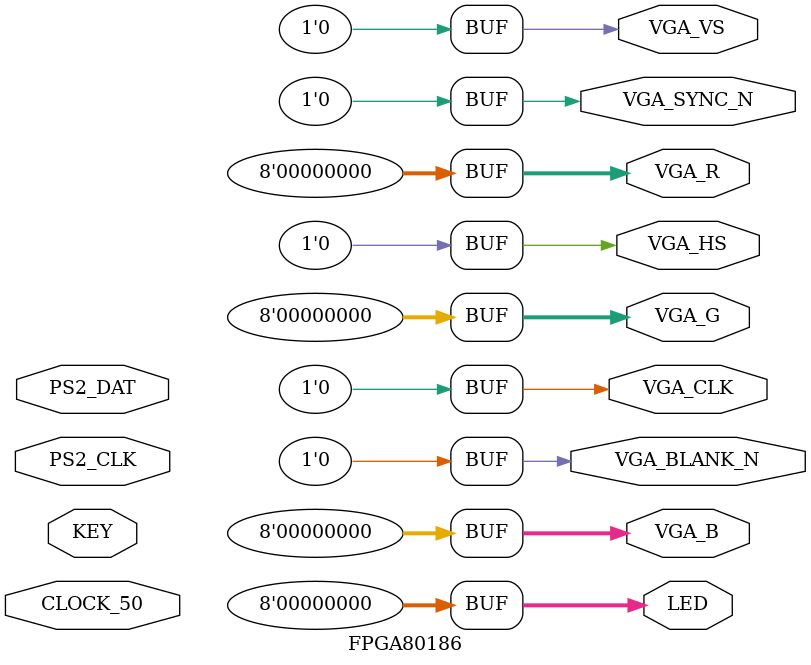
<source format=sv>

module FPGA80186 (
    // Board clock and reset
    input  logic       CLOCK_50,
    input  logic [0:0]  KEY,
    output logic [7:0]  LED,
    // VGA — external monitor (Phase 4 full computer; assign pins per DE1-SoC user manual)
    output logic [7:0]  VGA_R,
    output logic [7:0]  VGA_G,
    output logic [7:0]  VGA_B,
    output logic        VGA_HS,
    output logic        VGA_VS,
    output logic        VGA_CLK,
    output logic        VGA_BLANK_N,
    output logic        VGA_SYNC_N,
    // PS/2 keyboard (Phase 4 full computer)
    input  logic        PS2_CLK,
    input  logic        PS2_DAT
);

    logic clk_cpu;
    logic rst_n;

    clk_rst u_clk_rst (
        .clk_board  ( CLOCK_50 ),
        .rst_btn_n  ( KEY[0]   ),
        .clk_cpu    ( clk_cpu  ),
        .rst_n      ( rst_n    )
    );

    // TODO: instantiate cpu_top and memory_controller; connect bus and ready.
    assign LED = 8'h00;

    // Phase 4 full computer: VGA and keyboard
    // TODO: instantiate vga_controller (VGA_CLK from PLL or CLOCK_50; VRAM from memory_controller);
    //       drive VGA_R, VGA_G, VGA_B, VGA_HS, VGA_VS, VGA_CLK, VGA_BLANK_N, VGA_SYNC_N.
    // TODO: instantiate keyboard_controller (PS2_CLK, PS2_DAT) and expose I/O 0x60/0x64 to CPU.
    assign VGA_R      = 8'h00;
    assign VGA_G      = 8'h00;
    assign VGA_B      = 8'h00;
    assign VGA_HS     = 1'b0;
    assign VGA_VS     = 1'b0;
    assign VGA_CLK    = 1'b0;
    assign VGA_BLANK_N = 1'b0;
    assign VGA_SYNC_N  = 1'b0;

endmodule

</source>
